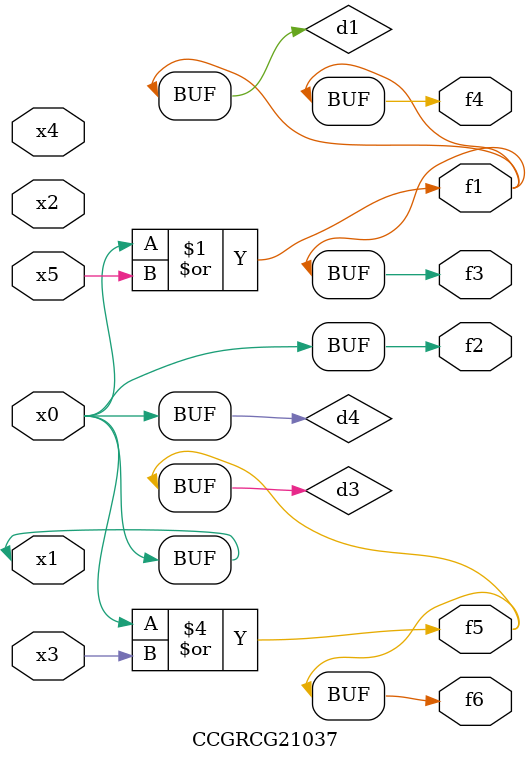
<source format=v>
module CCGRCG21037(
	input x0, x1, x2, x3, x4, x5,
	output f1, f2, f3, f4, f5, f6
);

	wire d1, d2, d3, d4;

	or (d1, x0, x5);
	xnor (d2, x1, x4);
	or (d3, x0, x3);
	buf (d4, x0, x1);
	assign f1 = d1;
	assign f2 = d4;
	assign f3 = d1;
	assign f4 = d1;
	assign f5 = d3;
	assign f6 = d3;
endmodule

</source>
